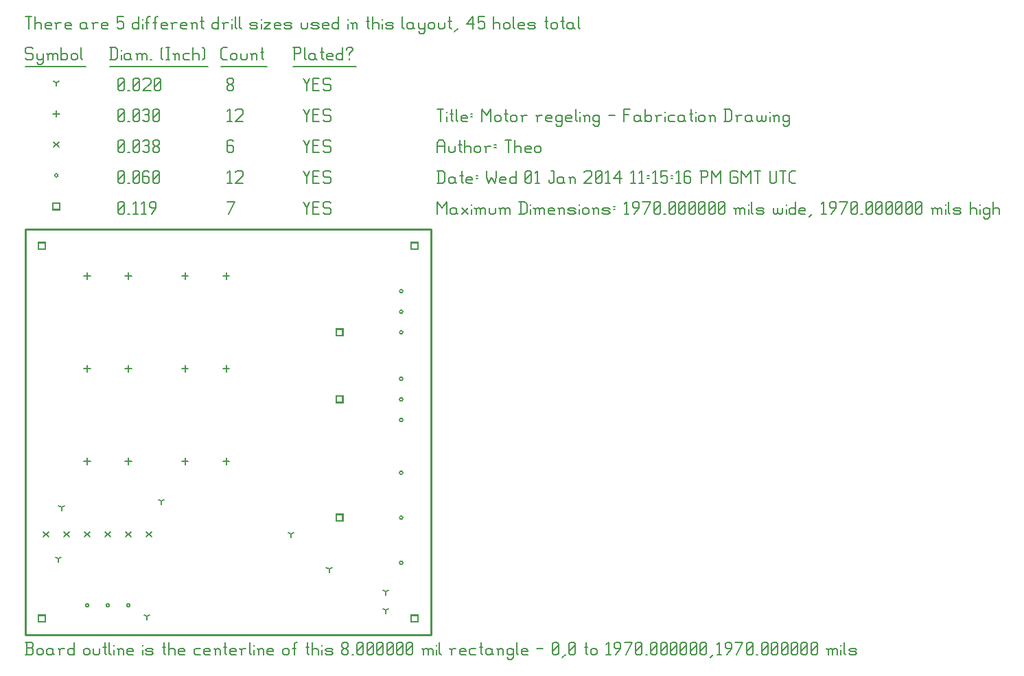
<source format=gbr>
G04 start of page 11 for group -3984 idx -3984 *
G04 Title: Motor regeling, fab *
G04 Creator: pcb 20110918 *
G04 CreationDate: Wed 01 Jan 2014 11:15:16 PM GMT UTC *
G04 For: thba *
G04 Format: Gerber/RS-274X *
G04 PCB-Dimensions: 197000 197000 *
G04 PCB-Coordinate-Origin: lower left *
%MOIN*%
%FSLAX25Y25*%
%LNFAB*%
%ADD83C,0.0100*%
%ADD82C,0.0075*%
%ADD81C,0.0060*%
%ADD80R,0.0080X0.0080*%
G54D80*X150900Y58600D02*X154100D01*
X150900D02*Y55400D01*
X154100D01*
Y58600D02*Y55400D01*
X150900Y116100D02*X154100D01*
X150900D02*Y112900D01*
X154100D01*
Y116100D02*Y112900D01*
X150900Y148600D02*X154100D01*
X150900D02*Y145400D01*
X154100D01*
Y148600D02*Y145400D01*
X6400Y9600D02*X9600D01*
X6400D02*Y6400D01*
X9600D01*
Y9600D02*Y6400D01*
X187400Y190600D02*X190600D01*
X187400D02*Y187400D01*
X190600D01*
Y190600D02*Y187400D01*
X6400Y190600D02*X9600D01*
X6400D02*Y187400D01*
X9600D01*
Y190600D02*Y187400D01*
X187400Y9600D02*X190600D01*
X187400D02*Y6400D01*
X190600D01*
Y9600D02*Y6400D01*
X13400Y209850D02*X16600D01*
X13400D02*Y206650D01*
X16600D01*
Y209850D02*Y206650D01*
G54D81*X135000Y210500D02*X136500Y207500D01*
X138000Y210500D01*
X136500Y207500D02*Y204500D01*
X139800Y207800D02*X142050D01*
X139800Y204500D02*X142800D01*
X139800Y210500D02*Y204500D01*
Y210500D02*X142800D01*
X147600D02*X148350Y209750D01*
X145350Y210500D02*X147600D01*
X144600Y209750D02*X145350Y210500D01*
X144600Y209750D02*Y208250D01*
X145350Y207500D01*
X147600D01*
X148350Y206750D01*
Y205250D01*
X147600Y204500D02*X148350Y205250D01*
X145350Y204500D02*X147600D01*
X144600Y205250D02*X145350Y204500D01*
X98750D02*X101750Y210500D01*
X98000D02*X101750D01*
X45000Y205250D02*X45750Y204500D01*
X45000Y209750D02*Y205250D01*
Y209750D02*X45750Y210500D01*
X47250D01*
X48000Y209750D01*
Y205250D01*
X47250Y204500D02*X48000Y205250D01*
X45750Y204500D02*X47250D01*
X45000Y206000D02*X48000Y209000D01*
X49800Y204500D02*X50550D01*
X52350Y209300D02*X53550Y210500D01*
Y204500D01*
X52350D02*X54600D01*
X56400Y209300D02*X57600Y210500D01*
Y204500D01*
X56400D02*X58650D01*
X61200D02*X63450Y207500D01*
Y209750D02*Y207500D01*
X62700Y210500D02*X63450Y209750D01*
X61200Y210500D02*X62700D01*
X60450Y209750D02*X61200Y210500D01*
X60450Y209750D02*Y208250D01*
X61200Y207500D01*
X63450D01*
X181700Y124500D02*G75*G03X183300Y124500I800J0D01*G01*
G75*G03X181700Y124500I-800J0D01*G01*
Y114500D02*G75*G03X183300Y114500I800J0D01*G01*
G75*G03X181700Y114500I-800J0D01*G01*
Y104500D02*G75*G03X183300Y104500I800J0D01*G01*
G75*G03X181700Y104500I-800J0D01*G01*
Y167000D02*G75*G03X183300Y167000I800J0D01*G01*
G75*G03X181700Y167000I-800J0D01*G01*
Y157000D02*G75*G03X183300Y157000I800J0D01*G01*
G75*G03X181700Y157000I-800J0D01*G01*
Y147000D02*G75*G03X183300Y147000I800J0D01*G01*
G75*G03X181700Y147000I-800J0D01*G01*
Y78900D02*G75*G03X183300Y78900I800J0D01*G01*
G75*G03X181700Y78900I-800J0D01*G01*
Y57000D02*G75*G03X183300Y57000I800J0D01*G01*
G75*G03X181700Y57000I-800J0D01*G01*
Y35100D02*G75*G03X183300Y35100I800J0D01*G01*
G75*G03X181700Y35100I-800J0D01*G01*
X29200Y14500D02*G75*G03X30800Y14500I800J0D01*G01*
G75*G03X29200Y14500I-800J0D01*G01*
X39200D02*G75*G03X40800Y14500I800J0D01*G01*
G75*G03X39200Y14500I-800J0D01*G01*
X49200D02*G75*G03X50800Y14500I800J0D01*G01*
G75*G03X49200Y14500I-800J0D01*G01*
X14200Y223250D02*G75*G03X15800Y223250I800J0D01*G01*
G75*G03X14200Y223250I-800J0D01*G01*
X135000Y225500D02*X136500Y222500D01*
X138000Y225500D01*
X136500Y222500D02*Y219500D01*
X139800Y222800D02*X142050D01*
X139800Y219500D02*X142800D01*
X139800Y225500D02*Y219500D01*
Y225500D02*X142800D01*
X147600D02*X148350Y224750D01*
X145350Y225500D02*X147600D01*
X144600Y224750D02*X145350Y225500D01*
X144600Y224750D02*Y223250D01*
X145350Y222500D01*
X147600D01*
X148350Y221750D01*
Y220250D01*
X147600Y219500D02*X148350Y220250D01*
X145350Y219500D02*X147600D01*
X144600Y220250D02*X145350Y219500D01*
X98000Y224300D02*X99200Y225500D01*
Y219500D01*
X98000D02*X100250D01*
X102050Y224750D02*X102800Y225500D01*
X105050D01*
X105800Y224750D01*
Y223250D01*
X102050Y219500D02*X105800Y223250D01*
X102050Y219500D02*X105800D01*
X45000Y220250D02*X45750Y219500D01*
X45000Y224750D02*Y220250D01*
Y224750D02*X45750Y225500D01*
X47250D01*
X48000Y224750D01*
Y220250D01*
X47250Y219500D02*X48000Y220250D01*
X45750Y219500D02*X47250D01*
X45000Y221000D02*X48000Y224000D01*
X49800Y219500D02*X50550D01*
X52350Y220250D02*X53100Y219500D01*
X52350Y224750D02*Y220250D01*
Y224750D02*X53100Y225500D01*
X54600D01*
X55350Y224750D01*
Y220250D01*
X54600Y219500D02*X55350Y220250D01*
X53100Y219500D02*X54600D01*
X52350Y221000D02*X55350Y224000D01*
X59400Y225500D02*X60150Y224750D01*
X57900Y225500D02*X59400D01*
X57150Y224750D02*X57900Y225500D01*
X57150Y224750D02*Y220250D01*
X57900Y219500D01*
X59400Y222800D02*X60150Y222050D01*
X57150Y222800D02*X59400D01*
X57900Y219500D02*X59400D01*
X60150Y220250D01*
Y222050D02*Y220250D01*
X61950D02*X62700Y219500D01*
X61950Y224750D02*Y220250D01*
Y224750D02*X62700Y225500D01*
X64200D01*
X64950Y224750D01*
Y220250D01*
X64200Y219500D02*X64950Y220250D01*
X62700Y219500D02*X64200D01*
X61950Y221000D02*X64950Y224000D01*
X8800Y50200D02*X11200Y47800D01*
X8800D02*X11200Y50200D01*
X18800D02*X21200Y47800D01*
X18800D02*X21200Y50200D01*
X28800D02*X31200Y47800D01*
X28800D02*X31200Y50200D01*
X38800D02*X41200Y47800D01*
X38800D02*X41200Y50200D01*
X48800D02*X51200Y47800D01*
X48800D02*X51200Y50200D01*
X58800D02*X61200Y47800D01*
X58800D02*X61200Y50200D01*
X13800Y239450D02*X16200Y237050D01*
X13800D02*X16200Y239450D01*
X135000Y240500D02*X136500Y237500D01*
X138000Y240500D01*
X136500Y237500D02*Y234500D01*
X139800Y237800D02*X142050D01*
X139800Y234500D02*X142800D01*
X139800Y240500D02*Y234500D01*
Y240500D02*X142800D01*
X147600D02*X148350Y239750D01*
X145350Y240500D02*X147600D01*
X144600Y239750D02*X145350Y240500D01*
X144600Y239750D02*Y238250D01*
X145350Y237500D01*
X147600D01*
X148350Y236750D01*
Y235250D01*
X147600Y234500D02*X148350Y235250D01*
X145350Y234500D02*X147600D01*
X144600Y235250D02*X145350Y234500D01*
X100250Y240500D02*X101000Y239750D01*
X98750Y240500D02*X100250D01*
X98000Y239750D02*X98750Y240500D01*
X98000Y239750D02*Y235250D01*
X98750Y234500D01*
X100250Y237800D02*X101000Y237050D01*
X98000Y237800D02*X100250D01*
X98750Y234500D02*X100250D01*
X101000Y235250D01*
Y237050D02*Y235250D01*
X45000D02*X45750Y234500D01*
X45000Y239750D02*Y235250D01*
Y239750D02*X45750Y240500D01*
X47250D01*
X48000Y239750D01*
Y235250D01*
X47250Y234500D02*X48000Y235250D01*
X45750Y234500D02*X47250D01*
X45000Y236000D02*X48000Y239000D01*
X49800Y234500D02*X50550D01*
X52350Y235250D02*X53100Y234500D01*
X52350Y239750D02*Y235250D01*
Y239750D02*X53100Y240500D01*
X54600D01*
X55350Y239750D01*
Y235250D01*
X54600Y234500D02*X55350Y235250D01*
X53100Y234500D02*X54600D01*
X52350Y236000D02*X55350Y239000D01*
X57150Y239750D02*X57900Y240500D01*
X59400D01*
X60150Y239750D01*
X59400Y234500D02*X60150Y235250D01*
X57900Y234500D02*X59400D01*
X57150Y235250D02*X57900Y234500D01*
Y237800D02*X59400D01*
X60150Y239750D02*Y238550D01*
Y237050D02*Y235250D01*
Y237050D02*X59400Y237800D01*
X60150Y238550D02*X59400Y237800D01*
X61950Y235250D02*X62700Y234500D01*
X61950Y236450D02*Y235250D01*
Y236450D02*X63000Y237500D01*
X63900D01*
X64950Y236450D01*
Y235250D01*
X64200Y234500D02*X64950Y235250D01*
X62700Y234500D02*X64200D01*
X61950Y238550D02*X63000Y237500D01*
X61950Y239750D02*Y238550D01*
Y239750D02*X62700Y240500D01*
X64200D01*
X64950Y239750D01*
Y238550D01*
X63900Y237500D02*X64950Y238550D01*
X30000Y176100D02*Y172900D01*
X28400Y174500D02*X31600D01*
X50000Y176100D02*Y172900D01*
X48400Y174500D02*X51600D01*
X77500Y131100D02*Y127900D01*
X75900Y129500D02*X79100D01*
X97500Y131100D02*Y127900D01*
X95900Y129500D02*X99100D01*
X77500Y86100D02*Y82900D01*
X75900Y84500D02*X79100D01*
X97500Y86100D02*Y82900D01*
X95900Y84500D02*X99100D01*
X30000Y131100D02*Y127900D01*
X28400Y129500D02*X31600D01*
X50000Y131100D02*Y127900D01*
X48400Y129500D02*X51600D01*
X30000Y86100D02*Y82900D01*
X28400Y84500D02*X31600D01*
X50000Y86100D02*Y82900D01*
X48400Y84500D02*X51600D01*
X77500Y176100D02*Y172900D01*
X75900Y174500D02*X79100D01*
X97500Y176100D02*Y172900D01*
X95900Y174500D02*X99100D01*
X15000Y254850D02*Y251650D01*
X13400Y253250D02*X16600D01*
X135000Y255500D02*X136500Y252500D01*
X138000Y255500D01*
X136500Y252500D02*Y249500D01*
X139800Y252800D02*X142050D01*
X139800Y249500D02*X142800D01*
X139800Y255500D02*Y249500D01*
Y255500D02*X142800D01*
X147600D02*X148350Y254750D01*
X145350Y255500D02*X147600D01*
X144600Y254750D02*X145350Y255500D01*
X144600Y254750D02*Y253250D01*
X145350Y252500D01*
X147600D01*
X148350Y251750D01*
Y250250D01*
X147600Y249500D02*X148350Y250250D01*
X145350Y249500D02*X147600D01*
X144600Y250250D02*X145350Y249500D01*
X98000Y254300D02*X99200Y255500D01*
Y249500D01*
X98000D02*X100250D01*
X102050Y254750D02*X102800Y255500D01*
X105050D01*
X105800Y254750D01*
Y253250D01*
X102050Y249500D02*X105800Y253250D01*
X102050Y249500D02*X105800D01*
X45000Y250250D02*X45750Y249500D01*
X45000Y254750D02*Y250250D01*
Y254750D02*X45750Y255500D01*
X47250D01*
X48000Y254750D01*
Y250250D01*
X47250Y249500D02*X48000Y250250D01*
X45750Y249500D02*X47250D01*
X45000Y251000D02*X48000Y254000D01*
X49800Y249500D02*X50550D01*
X52350Y250250D02*X53100Y249500D01*
X52350Y254750D02*Y250250D01*
Y254750D02*X53100Y255500D01*
X54600D01*
X55350Y254750D01*
Y250250D01*
X54600Y249500D02*X55350Y250250D01*
X53100Y249500D02*X54600D01*
X52350Y251000D02*X55350Y254000D01*
X57150Y254750D02*X57900Y255500D01*
X59400D01*
X60150Y254750D01*
X59400Y249500D02*X60150Y250250D01*
X57900Y249500D02*X59400D01*
X57150Y250250D02*X57900Y249500D01*
Y252800D02*X59400D01*
X60150Y254750D02*Y253550D01*
Y252050D02*Y250250D01*
Y252050D02*X59400Y252800D01*
X60150Y253550D02*X59400Y252800D01*
X61950Y250250D02*X62700Y249500D01*
X61950Y254750D02*Y250250D01*
Y254750D02*X62700Y255500D01*
X64200D01*
X64950Y254750D01*
Y250250D01*
X64200Y249500D02*X64950Y250250D01*
X62700Y249500D02*X64200D01*
X61950Y251000D02*X64950Y254000D01*
X17500Y62000D02*Y60400D01*
Y62000D02*X18887Y62800D01*
X17500Y62000D02*X16113Y62800D01*
X175000Y12000D02*Y10400D01*
Y12000D02*X176387Y12800D01*
X175000Y12000D02*X173613Y12800D01*
X147500Y32000D02*Y30400D01*
Y32000D02*X148887Y32800D01*
X147500Y32000D02*X146113Y32800D01*
X129000Y49000D02*Y47400D01*
Y49000D02*X130387Y49800D01*
X129000Y49000D02*X127613Y49800D01*
X59000Y9000D02*Y7400D01*
Y9000D02*X60387Y9800D01*
X59000Y9000D02*X57613Y9800D01*
X66000Y65000D02*Y63400D01*
Y65000D02*X67387Y65800D01*
X66000Y65000D02*X64613Y65800D01*
X15905Y37000D02*Y35400D01*
Y37000D02*X17292Y37800D01*
X15905Y37000D02*X14518Y37800D01*
X175000Y21000D02*Y19400D01*
Y21000D02*X176387Y21800D01*
X175000Y21000D02*X173613Y21800D01*
X15000Y268250D02*Y266650D01*
Y268250D02*X16387Y269050D01*
X15000Y268250D02*X13613Y269050D01*
X135000Y270500D02*X136500Y267500D01*
X138000Y270500D01*
X136500Y267500D02*Y264500D01*
X139800Y267800D02*X142050D01*
X139800Y264500D02*X142800D01*
X139800Y270500D02*Y264500D01*
Y270500D02*X142800D01*
X147600D02*X148350Y269750D01*
X145350Y270500D02*X147600D01*
X144600Y269750D02*X145350Y270500D01*
X144600Y269750D02*Y268250D01*
X145350Y267500D01*
X147600D01*
X148350Y266750D01*
Y265250D01*
X147600Y264500D02*X148350Y265250D01*
X145350Y264500D02*X147600D01*
X144600Y265250D02*X145350Y264500D01*
X98000Y265250D02*X98750Y264500D01*
X98000Y266450D02*Y265250D01*
Y266450D02*X99050Y267500D01*
X99950D01*
X101000Y266450D01*
Y265250D01*
X100250Y264500D02*X101000Y265250D01*
X98750Y264500D02*X100250D01*
X98000Y268550D02*X99050Y267500D01*
X98000Y269750D02*Y268550D01*
Y269750D02*X98750Y270500D01*
X100250D01*
X101000Y269750D01*
Y268550D01*
X99950Y267500D02*X101000Y268550D01*
X45000Y265250D02*X45750Y264500D01*
X45000Y269750D02*Y265250D01*
Y269750D02*X45750Y270500D01*
X47250D01*
X48000Y269750D01*
Y265250D01*
X47250Y264500D02*X48000Y265250D01*
X45750Y264500D02*X47250D01*
X45000Y266000D02*X48000Y269000D01*
X49800Y264500D02*X50550D01*
X52350Y265250D02*X53100Y264500D01*
X52350Y269750D02*Y265250D01*
Y269750D02*X53100Y270500D01*
X54600D01*
X55350Y269750D01*
Y265250D01*
X54600Y264500D02*X55350Y265250D01*
X53100Y264500D02*X54600D01*
X52350Y266000D02*X55350Y269000D01*
X57150Y269750D02*X57900Y270500D01*
X60150D01*
X60900Y269750D01*
Y268250D01*
X57150Y264500D02*X60900Y268250D01*
X57150Y264500D02*X60900D01*
X62700Y265250D02*X63450Y264500D01*
X62700Y269750D02*Y265250D01*
Y269750D02*X63450Y270500D01*
X64950D01*
X65700Y269750D01*
Y265250D01*
X64950Y264500D02*X65700Y265250D01*
X63450Y264500D02*X64950D01*
X62700Y266000D02*X65700Y269000D01*
X3000Y285500D02*X3750Y284750D01*
X750Y285500D02*X3000D01*
X0Y284750D02*X750Y285500D01*
X0Y284750D02*Y283250D01*
X750Y282500D01*
X3000D01*
X3750Y281750D01*
Y280250D01*
X3000Y279500D02*X3750Y280250D01*
X750Y279500D02*X3000D01*
X0Y280250D02*X750Y279500D01*
X5550Y282500D02*Y280250D01*
X6300Y279500D01*
X8550Y282500D02*Y278000D01*
X7800Y277250D02*X8550Y278000D01*
X6300Y277250D02*X7800D01*
X5550Y278000D02*X6300Y277250D01*
Y279500D02*X7800D01*
X8550Y280250D01*
X11100Y281750D02*Y279500D01*
Y281750D02*X11850Y282500D01*
X12600D01*
X13350Y281750D01*
Y279500D01*
Y281750D02*X14100Y282500D01*
X14850D01*
X15600Y281750D01*
Y279500D01*
X10350Y282500D02*X11100Y281750D01*
X17400Y285500D02*Y279500D01*
Y280250D02*X18150Y279500D01*
X19650D01*
X20400Y280250D01*
Y281750D02*Y280250D01*
X19650Y282500D02*X20400Y281750D01*
X18150Y282500D02*X19650D01*
X17400Y281750D02*X18150Y282500D01*
X22200Y281750D02*Y280250D01*
Y281750D02*X22950Y282500D01*
X24450D01*
X25200Y281750D01*
Y280250D01*
X24450Y279500D02*X25200Y280250D01*
X22950Y279500D02*X24450D01*
X22200Y280250D02*X22950Y279500D01*
X27000Y285500D02*Y280250D01*
X27750Y279500D01*
X0Y276250D02*X29250D01*
X41750Y285500D02*Y279500D01*
X43700Y285500D02*X44750Y284450D01*
Y280550D01*
X43700Y279500D02*X44750Y280550D01*
X41000Y279500D02*X43700D01*
X41000Y285500D02*X43700D01*
G54D82*X46550Y284000D02*Y283850D01*
G54D81*Y281750D02*Y279500D01*
X50300Y282500D02*X51050Y281750D01*
X48800Y282500D02*X50300D01*
X48050Y281750D02*X48800Y282500D01*
X48050Y281750D02*Y280250D01*
X48800Y279500D01*
X51050Y282500D02*Y280250D01*
X51800Y279500D01*
X48800D02*X50300D01*
X51050Y280250D01*
X54350Y281750D02*Y279500D01*
Y281750D02*X55100Y282500D01*
X55850D01*
X56600Y281750D01*
Y279500D01*
Y281750D02*X57350Y282500D01*
X58100D01*
X58850Y281750D01*
Y279500D01*
X53600Y282500D02*X54350Y281750D01*
X60650Y279500D02*X61400D01*
X65900Y280250D02*X66650Y279500D01*
X65900Y284750D02*X66650Y285500D01*
X65900Y284750D02*Y280250D01*
X68450Y285500D02*X69950D01*
X69200D02*Y279500D01*
X68450D02*X69950D01*
X72500Y281750D02*Y279500D01*
Y281750D02*X73250Y282500D01*
X74000D01*
X74750Y281750D01*
Y279500D01*
X71750Y282500D02*X72500Y281750D01*
X77300Y282500D02*X79550D01*
X76550Y281750D02*X77300Y282500D01*
X76550Y281750D02*Y280250D01*
X77300Y279500D01*
X79550D01*
X81350Y285500D02*Y279500D01*
Y281750D02*X82100Y282500D01*
X83600D01*
X84350Y281750D01*
Y279500D01*
X86150Y285500D02*X86900Y284750D01*
Y280250D01*
X86150Y279500D02*X86900Y280250D01*
X41000Y276250D02*X88700D01*
X96050Y279500D02*X98000D01*
X95000Y280550D02*X96050Y279500D01*
X95000Y284450D02*Y280550D01*
Y284450D02*X96050Y285500D01*
X98000D01*
X99800Y281750D02*Y280250D01*
Y281750D02*X100550Y282500D01*
X102050D01*
X102800Y281750D01*
Y280250D01*
X102050Y279500D02*X102800Y280250D01*
X100550Y279500D02*X102050D01*
X99800Y280250D02*X100550Y279500D01*
X104600Y282500D02*Y280250D01*
X105350Y279500D01*
X106850D01*
X107600Y280250D01*
Y282500D02*Y280250D01*
X110150Y281750D02*Y279500D01*
Y281750D02*X110900Y282500D01*
X111650D01*
X112400Y281750D01*
Y279500D01*
X109400Y282500D02*X110150Y281750D01*
X114950Y285500D02*Y280250D01*
X115700Y279500D01*
X114200Y283250D02*X115700D01*
X95000Y276250D02*X117200D01*
X130750Y285500D02*Y279500D01*
X130000Y285500D02*X133000D01*
X133750Y284750D01*
Y283250D01*
X133000Y282500D02*X133750Y283250D01*
X130750Y282500D02*X133000D01*
X135550Y285500D02*Y280250D01*
X136300Y279500D01*
X140050Y282500D02*X140800Y281750D01*
X138550Y282500D02*X140050D01*
X137800Y281750D02*X138550Y282500D01*
X137800Y281750D02*Y280250D01*
X138550Y279500D01*
X140800Y282500D02*Y280250D01*
X141550Y279500D01*
X138550D02*X140050D01*
X140800Y280250D01*
X144100Y285500D02*Y280250D01*
X144850Y279500D01*
X143350Y283250D02*X144850D01*
X147100Y279500D02*X149350D01*
X146350Y280250D02*X147100Y279500D01*
X146350Y281750D02*Y280250D01*
Y281750D02*X147100Y282500D01*
X148600D01*
X149350Y281750D01*
X146350Y281000D02*X149350D01*
Y281750D02*Y281000D01*
X154150Y285500D02*Y279500D01*
X153400D02*X154150Y280250D01*
X151900Y279500D02*X153400D01*
X151150Y280250D02*X151900Y279500D01*
X151150Y281750D02*Y280250D01*
Y281750D02*X151900Y282500D01*
X153400D01*
X154150Y281750D01*
X157450Y282500D02*Y281750D01*
Y280250D02*Y279500D01*
X155950Y284750D02*Y284000D01*
Y284750D02*X156700Y285500D01*
X158200D01*
X158950Y284750D01*
Y284000D01*
X157450Y282500D02*X158950Y284000D01*
X130000Y276250D02*X160750D01*
X0Y300500D02*X3000D01*
X1500D02*Y294500D01*
X4800Y300500D02*Y294500D01*
Y296750D02*X5550Y297500D01*
X7050D01*
X7800Y296750D01*
Y294500D01*
X10350D02*X12600D01*
X9600Y295250D02*X10350Y294500D01*
X9600Y296750D02*Y295250D01*
Y296750D02*X10350Y297500D01*
X11850D01*
X12600Y296750D01*
X9600Y296000D02*X12600D01*
Y296750D02*Y296000D01*
X15150Y296750D02*Y294500D01*
Y296750D02*X15900Y297500D01*
X17400D01*
X14400D02*X15150Y296750D01*
X19950Y294500D02*X22200D01*
X19200Y295250D02*X19950Y294500D01*
X19200Y296750D02*Y295250D01*
Y296750D02*X19950Y297500D01*
X21450D01*
X22200Y296750D01*
X19200Y296000D02*X22200D01*
Y296750D02*Y296000D01*
X28950Y297500D02*X29700Y296750D01*
X27450Y297500D02*X28950D01*
X26700Y296750D02*X27450Y297500D01*
X26700Y296750D02*Y295250D01*
X27450Y294500D01*
X29700Y297500D02*Y295250D01*
X30450Y294500D01*
X27450D02*X28950D01*
X29700Y295250D01*
X33000Y296750D02*Y294500D01*
Y296750D02*X33750Y297500D01*
X35250D01*
X32250D02*X33000Y296750D01*
X37800Y294500D02*X40050D01*
X37050Y295250D02*X37800Y294500D01*
X37050Y296750D02*Y295250D01*
Y296750D02*X37800Y297500D01*
X39300D01*
X40050Y296750D01*
X37050Y296000D02*X40050D01*
Y296750D02*Y296000D01*
X44550Y300500D02*X47550D01*
X44550D02*Y297500D01*
X45300Y298250D01*
X46800D01*
X47550Y297500D01*
Y295250D01*
X46800Y294500D02*X47550Y295250D01*
X45300Y294500D02*X46800D01*
X44550Y295250D02*X45300Y294500D01*
X55050Y300500D02*Y294500D01*
X54300D02*X55050Y295250D01*
X52800Y294500D02*X54300D01*
X52050Y295250D02*X52800Y294500D01*
X52050Y296750D02*Y295250D01*
Y296750D02*X52800Y297500D01*
X54300D01*
X55050Y296750D01*
G54D82*X56850Y299000D02*Y298850D01*
G54D81*Y296750D02*Y294500D01*
X59100Y299750D02*Y294500D01*
Y299750D02*X59850Y300500D01*
X60600D01*
X58350Y297500D02*X59850D01*
X62850Y299750D02*Y294500D01*
Y299750D02*X63600Y300500D01*
X64350D01*
X62100Y297500D02*X63600D01*
X66600Y294500D02*X68850D01*
X65850Y295250D02*X66600Y294500D01*
X65850Y296750D02*Y295250D01*
Y296750D02*X66600Y297500D01*
X68100D01*
X68850Y296750D01*
X65850Y296000D02*X68850D01*
Y296750D02*Y296000D01*
X71400Y296750D02*Y294500D01*
Y296750D02*X72150Y297500D01*
X73650D01*
X70650D02*X71400Y296750D01*
X76200Y294500D02*X78450D01*
X75450Y295250D02*X76200Y294500D01*
X75450Y296750D02*Y295250D01*
Y296750D02*X76200Y297500D01*
X77700D01*
X78450Y296750D01*
X75450Y296000D02*X78450D01*
Y296750D02*Y296000D01*
X81000Y296750D02*Y294500D01*
Y296750D02*X81750Y297500D01*
X82500D01*
X83250Y296750D01*
Y294500D01*
X80250Y297500D02*X81000Y296750D01*
X85800Y300500D02*Y295250D01*
X86550Y294500D01*
X85050Y298250D02*X86550D01*
X93750Y300500D02*Y294500D01*
X93000D02*X93750Y295250D01*
X91500Y294500D02*X93000D01*
X90750Y295250D02*X91500Y294500D01*
X90750Y296750D02*Y295250D01*
Y296750D02*X91500Y297500D01*
X93000D01*
X93750Y296750D01*
X96300D02*Y294500D01*
Y296750D02*X97050Y297500D01*
X98550D01*
X95550D02*X96300Y296750D01*
G54D82*X100350Y299000D02*Y298850D01*
G54D81*Y296750D02*Y294500D01*
X101850Y300500D02*Y295250D01*
X102600Y294500D01*
X104100Y300500D02*Y295250D01*
X104850Y294500D01*
X109800D02*X112050D01*
X112800Y295250D01*
X112050Y296000D02*X112800Y295250D01*
X109800Y296000D02*X112050D01*
X109050Y296750D02*X109800Y296000D01*
X109050Y296750D02*X109800Y297500D01*
X112050D01*
X112800Y296750D01*
X109050Y295250D02*X109800Y294500D01*
G54D82*X114600Y299000D02*Y298850D01*
G54D81*Y296750D02*Y294500D01*
X116100Y297500D02*X119100D01*
X116100Y294500D02*X119100Y297500D01*
X116100Y294500D02*X119100D01*
X121650D02*X123900D01*
X120900Y295250D02*X121650Y294500D01*
X120900Y296750D02*Y295250D01*
Y296750D02*X121650Y297500D01*
X123150D01*
X123900Y296750D01*
X120900Y296000D02*X123900D01*
Y296750D02*Y296000D01*
X126450Y294500D02*X128700D01*
X129450Y295250D01*
X128700Y296000D02*X129450Y295250D01*
X126450Y296000D02*X128700D01*
X125700Y296750D02*X126450Y296000D01*
X125700Y296750D02*X126450Y297500D01*
X128700D01*
X129450Y296750D01*
X125700Y295250D02*X126450Y294500D01*
X133950Y297500D02*Y295250D01*
X134700Y294500D01*
X136200D01*
X136950Y295250D01*
Y297500D02*Y295250D01*
X139500Y294500D02*X141750D01*
X142500Y295250D01*
X141750Y296000D02*X142500Y295250D01*
X139500Y296000D02*X141750D01*
X138750Y296750D02*X139500Y296000D01*
X138750Y296750D02*X139500Y297500D01*
X141750D01*
X142500Y296750D01*
X138750Y295250D02*X139500Y294500D01*
X145050D02*X147300D01*
X144300Y295250D02*X145050Y294500D01*
X144300Y296750D02*Y295250D01*
Y296750D02*X145050Y297500D01*
X146550D01*
X147300Y296750D01*
X144300Y296000D02*X147300D01*
Y296750D02*Y296000D01*
X152100Y300500D02*Y294500D01*
X151350D02*X152100Y295250D01*
X149850Y294500D02*X151350D01*
X149100Y295250D02*X149850Y294500D01*
X149100Y296750D02*Y295250D01*
Y296750D02*X149850Y297500D01*
X151350D01*
X152100Y296750D01*
G54D82*X156600Y299000D02*Y298850D01*
G54D81*Y296750D02*Y294500D01*
X158850Y296750D02*Y294500D01*
Y296750D02*X159600Y297500D01*
X160350D01*
X161100Y296750D01*
Y294500D01*
X158100Y297500D02*X158850Y296750D01*
X166350Y300500D02*Y295250D01*
X167100Y294500D01*
X165600Y298250D02*X167100D01*
X168600Y300500D02*Y294500D01*
Y296750D02*X169350Y297500D01*
X170850D01*
X171600Y296750D01*
Y294500D01*
G54D82*X173400Y299000D02*Y298850D01*
G54D81*Y296750D02*Y294500D01*
X175650D02*X177900D01*
X178650Y295250D01*
X177900Y296000D02*X178650Y295250D01*
X175650Y296000D02*X177900D01*
X174900Y296750D02*X175650Y296000D01*
X174900Y296750D02*X175650Y297500D01*
X177900D01*
X178650Y296750D01*
X174900Y295250D02*X175650Y294500D01*
X183150Y300500D02*Y295250D01*
X183900Y294500D01*
X187650Y297500D02*X188400Y296750D01*
X186150Y297500D02*X187650D01*
X185400Y296750D02*X186150Y297500D01*
X185400Y296750D02*Y295250D01*
X186150Y294500D01*
X188400Y297500D02*Y295250D01*
X189150Y294500D01*
X186150D02*X187650D01*
X188400Y295250D01*
X190950Y297500D02*Y295250D01*
X191700Y294500D01*
X193950Y297500D02*Y293000D01*
X193200Y292250D02*X193950Y293000D01*
X191700Y292250D02*X193200D01*
X190950Y293000D02*X191700Y292250D01*
Y294500D02*X193200D01*
X193950Y295250D01*
X195750Y296750D02*Y295250D01*
Y296750D02*X196500Y297500D01*
X198000D01*
X198750Y296750D01*
Y295250D01*
X198000Y294500D02*X198750Y295250D01*
X196500Y294500D02*X198000D01*
X195750Y295250D02*X196500Y294500D01*
X200550Y297500D02*Y295250D01*
X201300Y294500D01*
X202800D01*
X203550Y295250D01*
Y297500D02*Y295250D01*
X206100Y300500D02*Y295250D01*
X206850Y294500D01*
X205350Y298250D02*X206850D01*
X208350Y293000D02*X209850Y294500D01*
X214350Y296750D02*X217350Y300500D01*
X214350Y296750D02*X218100D01*
X217350Y300500D02*Y294500D01*
X219900Y300500D02*X222900D01*
X219900D02*Y297500D01*
X220650Y298250D01*
X222150D01*
X222900Y297500D01*
Y295250D01*
X222150Y294500D02*X222900Y295250D01*
X220650Y294500D02*X222150D01*
X219900Y295250D02*X220650Y294500D01*
X227400Y300500D02*Y294500D01*
Y296750D02*X228150Y297500D01*
X229650D01*
X230400Y296750D01*
Y294500D01*
X232200Y296750D02*Y295250D01*
Y296750D02*X232950Y297500D01*
X234450D01*
X235200Y296750D01*
Y295250D01*
X234450Y294500D02*X235200Y295250D01*
X232950Y294500D02*X234450D01*
X232200Y295250D02*X232950Y294500D01*
X237000Y300500D02*Y295250D01*
X237750Y294500D01*
X240000D02*X242250D01*
X239250Y295250D02*X240000Y294500D01*
X239250Y296750D02*Y295250D01*
Y296750D02*X240000Y297500D01*
X241500D01*
X242250Y296750D01*
X239250Y296000D02*X242250D01*
Y296750D02*Y296000D01*
X244800Y294500D02*X247050D01*
X247800Y295250D01*
X247050Y296000D02*X247800Y295250D01*
X244800Y296000D02*X247050D01*
X244050Y296750D02*X244800Y296000D01*
X244050Y296750D02*X244800Y297500D01*
X247050D01*
X247800Y296750D01*
X244050Y295250D02*X244800Y294500D01*
X253050Y300500D02*Y295250D01*
X253800Y294500D01*
X252300Y298250D02*X253800D01*
X255300Y296750D02*Y295250D01*
Y296750D02*X256050Y297500D01*
X257550D01*
X258300Y296750D01*
Y295250D01*
X257550Y294500D02*X258300Y295250D01*
X256050Y294500D02*X257550D01*
X255300Y295250D02*X256050Y294500D01*
X260850Y300500D02*Y295250D01*
X261600Y294500D01*
X260100Y298250D02*X261600D01*
X265350Y297500D02*X266100Y296750D01*
X263850Y297500D02*X265350D01*
X263100Y296750D02*X263850Y297500D01*
X263100Y296750D02*Y295250D01*
X263850Y294500D01*
X266100Y297500D02*Y295250D01*
X266850Y294500D01*
X263850D02*X265350D01*
X266100Y295250D01*
X268650Y300500D02*Y295250D01*
X269400Y294500D01*
G54D83*X0Y197000D02*X197000D01*
X0D02*Y0D01*
X197000Y197000D02*Y0D01*
X0D02*X197000D01*
G54D81*X200000Y210500D02*Y204500D01*
Y210500D02*X202250Y207500D01*
X204500Y210500D01*
Y204500D01*
X208550Y207500D02*X209300Y206750D01*
X207050Y207500D02*X208550D01*
X206300Y206750D02*X207050Y207500D01*
X206300Y206750D02*Y205250D01*
X207050Y204500D01*
X209300Y207500D02*Y205250D01*
X210050Y204500D01*
X207050D02*X208550D01*
X209300Y205250D01*
X211850Y207500D02*X214850Y204500D01*
X211850D02*X214850Y207500D01*
G54D82*X216650Y209000D02*Y208850D01*
G54D81*Y206750D02*Y204500D01*
X218900Y206750D02*Y204500D01*
Y206750D02*X219650Y207500D01*
X220400D01*
X221150Y206750D01*
Y204500D01*
Y206750D02*X221900Y207500D01*
X222650D01*
X223400Y206750D01*
Y204500D01*
X218150Y207500D02*X218900Y206750D01*
X225200Y207500D02*Y205250D01*
X225950Y204500D01*
X227450D01*
X228200Y205250D01*
Y207500D02*Y205250D01*
X230750Y206750D02*Y204500D01*
Y206750D02*X231500Y207500D01*
X232250D01*
X233000Y206750D01*
Y204500D01*
Y206750D02*X233750Y207500D01*
X234500D01*
X235250Y206750D01*
Y204500D01*
X230000Y207500D02*X230750Y206750D01*
X240500Y210500D02*Y204500D01*
X242450Y210500D02*X243500Y209450D01*
Y205550D01*
X242450Y204500D02*X243500Y205550D01*
X239750Y204500D02*X242450D01*
X239750Y210500D02*X242450D01*
G54D82*X245300Y209000D02*Y208850D01*
G54D81*Y206750D02*Y204500D01*
X247550Y206750D02*Y204500D01*
Y206750D02*X248300Y207500D01*
X249050D01*
X249800Y206750D01*
Y204500D01*
Y206750D02*X250550Y207500D01*
X251300D01*
X252050Y206750D01*
Y204500D01*
X246800Y207500D02*X247550Y206750D01*
X254600Y204500D02*X256850D01*
X253850Y205250D02*X254600Y204500D01*
X253850Y206750D02*Y205250D01*
Y206750D02*X254600Y207500D01*
X256100D01*
X256850Y206750D01*
X253850Y206000D02*X256850D01*
Y206750D02*Y206000D01*
X259400Y206750D02*Y204500D01*
Y206750D02*X260150Y207500D01*
X260900D01*
X261650Y206750D01*
Y204500D01*
X258650Y207500D02*X259400Y206750D01*
X264200Y204500D02*X266450D01*
X267200Y205250D01*
X266450Y206000D02*X267200Y205250D01*
X264200Y206000D02*X266450D01*
X263450Y206750D02*X264200Y206000D01*
X263450Y206750D02*X264200Y207500D01*
X266450D01*
X267200Y206750D01*
X263450Y205250D02*X264200Y204500D01*
G54D82*X269000Y209000D02*Y208850D01*
G54D81*Y206750D02*Y204500D01*
X270500Y206750D02*Y205250D01*
Y206750D02*X271250Y207500D01*
X272750D01*
X273500Y206750D01*
Y205250D01*
X272750Y204500D02*X273500Y205250D01*
X271250Y204500D02*X272750D01*
X270500Y205250D02*X271250Y204500D01*
X276050Y206750D02*Y204500D01*
Y206750D02*X276800Y207500D01*
X277550D01*
X278300Y206750D01*
Y204500D01*
X275300Y207500D02*X276050Y206750D01*
X280850Y204500D02*X283100D01*
X283850Y205250D01*
X283100Y206000D02*X283850Y205250D01*
X280850Y206000D02*X283100D01*
X280100Y206750D02*X280850Y206000D01*
X280100Y206750D02*X280850Y207500D01*
X283100D01*
X283850Y206750D01*
X280100Y205250D02*X280850Y204500D01*
X285650Y208250D02*X286400D01*
X285650Y206750D02*X286400D01*
X290900Y209300D02*X292100Y210500D01*
Y204500D01*
X290900D02*X293150D01*
X295700D02*X297950Y207500D01*
Y209750D02*Y207500D01*
X297200Y210500D02*X297950Y209750D01*
X295700Y210500D02*X297200D01*
X294950Y209750D02*X295700Y210500D01*
X294950Y209750D02*Y208250D01*
X295700Y207500D01*
X297950D01*
X300500Y204500D02*X303500Y210500D01*
X299750D02*X303500D01*
X305300Y205250D02*X306050Y204500D01*
X305300Y209750D02*Y205250D01*
Y209750D02*X306050Y210500D01*
X307550D01*
X308300Y209750D01*
Y205250D01*
X307550Y204500D02*X308300Y205250D01*
X306050Y204500D02*X307550D01*
X305300Y206000D02*X308300Y209000D01*
X310100Y204500D02*X310850D01*
X312650Y205250D02*X313400Y204500D01*
X312650Y209750D02*Y205250D01*
Y209750D02*X313400Y210500D01*
X314900D01*
X315650Y209750D01*
Y205250D01*
X314900Y204500D02*X315650Y205250D01*
X313400Y204500D02*X314900D01*
X312650Y206000D02*X315650Y209000D01*
X317450Y205250D02*X318200Y204500D01*
X317450Y209750D02*Y205250D01*
Y209750D02*X318200Y210500D01*
X319700D01*
X320450Y209750D01*
Y205250D01*
X319700Y204500D02*X320450Y205250D01*
X318200Y204500D02*X319700D01*
X317450Y206000D02*X320450Y209000D01*
X322250Y205250D02*X323000Y204500D01*
X322250Y209750D02*Y205250D01*
Y209750D02*X323000Y210500D01*
X324500D01*
X325250Y209750D01*
Y205250D01*
X324500Y204500D02*X325250Y205250D01*
X323000Y204500D02*X324500D01*
X322250Y206000D02*X325250Y209000D01*
X327050Y205250D02*X327800Y204500D01*
X327050Y209750D02*Y205250D01*
Y209750D02*X327800Y210500D01*
X329300D01*
X330050Y209750D01*
Y205250D01*
X329300Y204500D02*X330050Y205250D01*
X327800Y204500D02*X329300D01*
X327050Y206000D02*X330050Y209000D01*
X331850Y205250D02*X332600Y204500D01*
X331850Y209750D02*Y205250D01*
Y209750D02*X332600Y210500D01*
X334100D01*
X334850Y209750D01*
Y205250D01*
X334100Y204500D02*X334850Y205250D01*
X332600Y204500D02*X334100D01*
X331850Y206000D02*X334850Y209000D01*
X336650Y205250D02*X337400Y204500D01*
X336650Y209750D02*Y205250D01*
Y209750D02*X337400Y210500D01*
X338900D01*
X339650Y209750D01*
Y205250D01*
X338900Y204500D02*X339650Y205250D01*
X337400Y204500D02*X338900D01*
X336650Y206000D02*X339650Y209000D01*
X344900Y206750D02*Y204500D01*
Y206750D02*X345650Y207500D01*
X346400D01*
X347150Y206750D01*
Y204500D01*
Y206750D02*X347900Y207500D01*
X348650D01*
X349400Y206750D01*
Y204500D01*
X344150Y207500D02*X344900Y206750D01*
G54D82*X351200Y209000D02*Y208850D01*
G54D81*Y206750D02*Y204500D01*
X352700Y210500D02*Y205250D01*
X353450Y204500D01*
X355700D02*X357950D01*
X358700Y205250D01*
X357950Y206000D02*X358700Y205250D01*
X355700Y206000D02*X357950D01*
X354950Y206750D02*X355700Y206000D01*
X354950Y206750D02*X355700Y207500D01*
X357950D01*
X358700Y206750D01*
X354950Y205250D02*X355700Y204500D01*
X363200Y207500D02*Y205250D01*
X363950Y204500D01*
X364700D01*
X365450Y205250D01*
Y207500D02*Y205250D01*
X366200Y204500D01*
X366950D01*
X367700Y205250D01*
Y207500D02*Y205250D01*
G54D82*X369500Y209000D02*Y208850D01*
G54D81*Y206750D02*Y204500D01*
X374000Y210500D02*Y204500D01*
X373250D02*X374000Y205250D01*
X371750Y204500D02*X373250D01*
X371000Y205250D02*X371750Y204500D01*
X371000Y206750D02*Y205250D01*
Y206750D02*X371750Y207500D01*
X373250D01*
X374000Y206750D01*
X376550Y204500D02*X378800D01*
X375800Y205250D02*X376550Y204500D01*
X375800Y206750D02*Y205250D01*
Y206750D02*X376550Y207500D01*
X378050D01*
X378800Y206750D01*
X375800Y206000D02*X378800D01*
Y206750D02*Y206000D01*
X380600Y203000D02*X382100Y204500D01*
X386600Y209300D02*X387800Y210500D01*
Y204500D01*
X386600D02*X388850D01*
X391400D02*X393650Y207500D01*
Y209750D02*Y207500D01*
X392900Y210500D02*X393650Y209750D01*
X391400Y210500D02*X392900D01*
X390650Y209750D02*X391400Y210500D01*
X390650Y209750D02*Y208250D01*
X391400Y207500D01*
X393650D01*
X396200Y204500D02*X399200Y210500D01*
X395450D02*X399200D01*
X401000Y205250D02*X401750Y204500D01*
X401000Y209750D02*Y205250D01*
Y209750D02*X401750Y210500D01*
X403250D01*
X404000Y209750D01*
Y205250D01*
X403250Y204500D02*X404000Y205250D01*
X401750Y204500D02*X403250D01*
X401000Y206000D02*X404000Y209000D01*
X405800Y204500D02*X406550D01*
X408350Y205250D02*X409100Y204500D01*
X408350Y209750D02*Y205250D01*
Y209750D02*X409100Y210500D01*
X410600D01*
X411350Y209750D01*
Y205250D01*
X410600Y204500D02*X411350Y205250D01*
X409100Y204500D02*X410600D01*
X408350Y206000D02*X411350Y209000D01*
X413150Y205250D02*X413900Y204500D01*
X413150Y209750D02*Y205250D01*
Y209750D02*X413900Y210500D01*
X415400D01*
X416150Y209750D01*
Y205250D01*
X415400Y204500D02*X416150Y205250D01*
X413900Y204500D02*X415400D01*
X413150Y206000D02*X416150Y209000D01*
X417950Y205250D02*X418700Y204500D01*
X417950Y209750D02*Y205250D01*
Y209750D02*X418700Y210500D01*
X420200D01*
X420950Y209750D01*
Y205250D01*
X420200Y204500D02*X420950Y205250D01*
X418700Y204500D02*X420200D01*
X417950Y206000D02*X420950Y209000D01*
X422750Y205250D02*X423500Y204500D01*
X422750Y209750D02*Y205250D01*
Y209750D02*X423500Y210500D01*
X425000D01*
X425750Y209750D01*
Y205250D01*
X425000Y204500D02*X425750Y205250D01*
X423500Y204500D02*X425000D01*
X422750Y206000D02*X425750Y209000D01*
X427550Y205250D02*X428300Y204500D01*
X427550Y209750D02*Y205250D01*
Y209750D02*X428300Y210500D01*
X429800D01*
X430550Y209750D01*
Y205250D01*
X429800Y204500D02*X430550Y205250D01*
X428300Y204500D02*X429800D01*
X427550Y206000D02*X430550Y209000D01*
X432350Y205250D02*X433100Y204500D01*
X432350Y209750D02*Y205250D01*
Y209750D02*X433100Y210500D01*
X434600D01*
X435350Y209750D01*
Y205250D01*
X434600Y204500D02*X435350Y205250D01*
X433100Y204500D02*X434600D01*
X432350Y206000D02*X435350Y209000D01*
X440600Y206750D02*Y204500D01*
Y206750D02*X441350Y207500D01*
X442100D01*
X442850Y206750D01*
Y204500D01*
Y206750D02*X443600Y207500D01*
X444350D01*
X445100Y206750D01*
Y204500D01*
X439850Y207500D02*X440600Y206750D01*
G54D82*X446900Y209000D02*Y208850D01*
G54D81*Y206750D02*Y204500D01*
X448400Y210500D02*Y205250D01*
X449150Y204500D01*
X451400D02*X453650D01*
X454400Y205250D01*
X453650Y206000D02*X454400Y205250D01*
X451400Y206000D02*X453650D01*
X450650Y206750D02*X451400Y206000D01*
X450650Y206750D02*X451400Y207500D01*
X453650D01*
X454400Y206750D01*
X450650Y205250D02*X451400Y204500D01*
X458900Y210500D02*Y204500D01*
Y206750D02*X459650Y207500D01*
X461150D01*
X461900Y206750D01*
Y204500D01*
G54D82*X463700Y209000D02*Y208850D01*
G54D81*Y206750D02*Y204500D01*
X467450Y207500D02*X468200Y206750D01*
X465950Y207500D02*X467450D01*
X465200Y206750D02*X465950Y207500D01*
X465200Y206750D02*Y205250D01*
X465950Y204500D01*
X467450D01*
X468200Y205250D01*
X465200Y203000D02*X465950Y202250D01*
X467450D01*
X468200Y203000D01*
Y207500D02*Y203000D01*
X470000Y210500D02*Y204500D01*
Y206750D02*X470750Y207500D01*
X472250D01*
X473000Y206750D01*
Y204500D01*
X0Y-9500D02*X3000D01*
X3750Y-8750D01*
Y-6950D02*Y-8750D01*
X3000Y-6200D02*X3750Y-6950D01*
X750Y-6200D02*X3000D01*
X750Y-3500D02*Y-9500D01*
X0Y-3500D02*X3000D01*
X3750Y-4250D01*
Y-5450D01*
X3000Y-6200D02*X3750Y-5450D01*
X5550Y-7250D02*Y-8750D01*
Y-7250D02*X6300Y-6500D01*
X7800D01*
X8550Y-7250D01*
Y-8750D01*
X7800Y-9500D02*X8550Y-8750D01*
X6300Y-9500D02*X7800D01*
X5550Y-8750D02*X6300Y-9500D01*
X12600Y-6500D02*X13350Y-7250D01*
X11100Y-6500D02*X12600D01*
X10350Y-7250D02*X11100Y-6500D01*
X10350Y-7250D02*Y-8750D01*
X11100Y-9500D01*
X13350Y-6500D02*Y-8750D01*
X14100Y-9500D01*
X11100D02*X12600D01*
X13350Y-8750D01*
X16650Y-7250D02*Y-9500D01*
Y-7250D02*X17400Y-6500D01*
X18900D01*
X15900D02*X16650Y-7250D01*
X23700Y-3500D02*Y-9500D01*
X22950D02*X23700Y-8750D01*
X21450Y-9500D02*X22950D01*
X20700Y-8750D02*X21450Y-9500D01*
X20700Y-7250D02*Y-8750D01*
Y-7250D02*X21450Y-6500D01*
X22950D01*
X23700Y-7250D01*
X28200D02*Y-8750D01*
Y-7250D02*X28950Y-6500D01*
X30450D01*
X31200Y-7250D01*
Y-8750D01*
X30450Y-9500D02*X31200Y-8750D01*
X28950Y-9500D02*X30450D01*
X28200Y-8750D02*X28950Y-9500D01*
X33000Y-6500D02*Y-8750D01*
X33750Y-9500D01*
X35250D01*
X36000Y-8750D01*
Y-6500D02*Y-8750D01*
X38550Y-3500D02*Y-8750D01*
X39300Y-9500D01*
X37800Y-5750D02*X39300D01*
X40800Y-3500D02*Y-8750D01*
X41550Y-9500D01*
G54D82*X43050Y-5000D02*Y-5150D01*
G54D81*Y-7250D02*Y-9500D01*
X45300Y-7250D02*Y-9500D01*
Y-7250D02*X46050Y-6500D01*
X46800D01*
X47550Y-7250D01*
Y-9500D01*
X44550Y-6500D02*X45300Y-7250D01*
X50100Y-9500D02*X52350D01*
X49350Y-8750D02*X50100Y-9500D01*
X49350Y-7250D02*Y-8750D01*
Y-7250D02*X50100Y-6500D01*
X51600D01*
X52350Y-7250D01*
X49350Y-8000D02*X52350D01*
Y-7250D02*Y-8000D01*
G54D82*X56850Y-5000D02*Y-5150D01*
G54D81*Y-7250D02*Y-9500D01*
X59100D02*X61350D01*
X62100Y-8750D01*
X61350Y-8000D02*X62100Y-8750D01*
X59100Y-8000D02*X61350D01*
X58350Y-7250D02*X59100Y-8000D01*
X58350Y-7250D02*X59100Y-6500D01*
X61350D01*
X62100Y-7250D01*
X58350Y-8750D02*X59100Y-9500D01*
X67350Y-3500D02*Y-8750D01*
X68100Y-9500D01*
X66600Y-5750D02*X68100D01*
X69600Y-3500D02*Y-9500D01*
Y-7250D02*X70350Y-6500D01*
X71850D01*
X72600Y-7250D01*
Y-9500D01*
X75150D02*X77400D01*
X74400Y-8750D02*X75150Y-9500D01*
X74400Y-7250D02*Y-8750D01*
Y-7250D02*X75150Y-6500D01*
X76650D01*
X77400Y-7250D01*
X74400Y-8000D02*X77400D01*
Y-7250D02*Y-8000D01*
X82650Y-6500D02*X84900D01*
X81900Y-7250D02*X82650Y-6500D01*
X81900Y-7250D02*Y-8750D01*
X82650Y-9500D01*
X84900D01*
X87450D02*X89700D01*
X86700Y-8750D02*X87450Y-9500D01*
X86700Y-7250D02*Y-8750D01*
Y-7250D02*X87450Y-6500D01*
X88950D01*
X89700Y-7250D01*
X86700Y-8000D02*X89700D01*
Y-7250D02*Y-8000D01*
X92250Y-7250D02*Y-9500D01*
Y-7250D02*X93000Y-6500D01*
X93750D01*
X94500Y-7250D01*
Y-9500D01*
X91500Y-6500D02*X92250Y-7250D01*
X97050Y-3500D02*Y-8750D01*
X97800Y-9500D01*
X96300Y-5750D02*X97800D01*
X100050Y-9500D02*X102300D01*
X99300Y-8750D02*X100050Y-9500D01*
X99300Y-7250D02*Y-8750D01*
Y-7250D02*X100050Y-6500D01*
X101550D01*
X102300Y-7250D01*
X99300Y-8000D02*X102300D01*
Y-7250D02*Y-8000D01*
X104850Y-7250D02*Y-9500D01*
Y-7250D02*X105600Y-6500D01*
X107100D01*
X104100D02*X104850Y-7250D01*
X108900Y-3500D02*Y-8750D01*
X109650Y-9500D01*
G54D82*X111150Y-5000D02*Y-5150D01*
G54D81*Y-7250D02*Y-9500D01*
X113400Y-7250D02*Y-9500D01*
Y-7250D02*X114150Y-6500D01*
X114900D01*
X115650Y-7250D01*
Y-9500D01*
X112650Y-6500D02*X113400Y-7250D01*
X118200Y-9500D02*X120450D01*
X117450Y-8750D02*X118200Y-9500D01*
X117450Y-7250D02*Y-8750D01*
Y-7250D02*X118200Y-6500D01*
X119700D01*
X120450Y-7250D01*
X117450Y-8000D02*X120450D01*
Y-7250D02*Y-8000D01*
X124950Y-7250D02*Y-8750D01*
Y-7250D02*X125700Y-6500D01*
X127200D01*
X127950Y-7250D01*
Y-8750D01*
X127200Y-9500D02*X127950Y-8750D01*
X125700Y-9500D02*X127200D01*
X124950Y-8750D02*X125700Y-9500D01*
X130500Y-4250D02*Y-9500D01*
Y-4250D02*X131250Y-3500D01*
X132000D01*
X129750Y-6500D02*X131250D01*
X136950Y-3500D02*Y-8750D01*
X137700Y-9500D01*
X136200Y-5750D02*X137700D01*
X139200Y-3500D02*Y-9500D01*
Y-7250D02*X139950Y-6500D01*
X141450D01*
X142200Y-7250D01*
Y-9500D01*
G54D82*X144000Y-5000D02*Y-5150D01*
G54D81*Y-7250D02*Y-9500D01*
X146250D02*X148500D01*
X149250Y-8750D01*
X148500Y-8000D02*X149250Y-8750D01*
X146250Y-8000D02*X148500D01*
X145500Y-7250D02*X146250Y-8000D01*
X145500Y-7250D02*X146250Y-6500D01*
X148500D01*
X149250Y-7250D01*
X145500Y-8750D02*X146250Y-9500D01*
X153750Y-8750D02*X154500Y-9500D01*
X153750Y-7550D02*Y-8750D01*
Y-7550D02*X154800Y-6500D01*
X155700D01*
X156750Y-7550D01*
Y-8750D01*
X156000Y-9500D02*X156750Y-8750D01*
X154500Y-9500D02*X156000D01*
X153750Y-5450D02*X154800Y-6500D01*
X153750Y-4250D02*Y-5450D01*
Y-4250D02*X154500Y-3500D01*
X156000D01*
X156750Y-4250D01*
Y-5450D01*
X155700Y-6500D02*X156750Y-5450D01*
X158550Y-9500D02*X159300D01*
X161100Y-8750D02*X161850Y-9500D01*
X161100Y-4250D02*Y-8750D01*
Y-4250D02*X161850Y-3500D01*
X163350D01*
X164100Y-4250D01*
Y-8750D01*
X163350Y-9500D02*X164100Y-8750D01*
X161850Y-9500D02*X163350D01*
X161100Y-8000D02*X164100Y-5000D01*
X165900Y-8750D02*X166650Y-9500D01*
X165900Y-4250D02*Y-8750D01*
Y-4250D02*X166650Y-3500D01*
X168150D01*
X168900Y-4250D01*
Y-8750D01*
X168150Y-9500D02*X168900Y-8750D01*
X166650Y-9500D02*X168150D01*
X165900Y-8000D02*X168900Y-5000D01*
X170700Y-8750D02*X171450Y-9500D01*
X170700Y-4250D02*Y-8750D01*
Y-4250D02*X171450Y-3500D01*
X172950D01*
X173700Y-4250D01*
Y-8750D01*
X172950Y-9500D02*X173700Y-8750D01*
X171450Y-9500D02*X172950D01*
X170700Y-8000D02*X173700Y-5000D01*
X175500Y-8750D02*X176250Y-9500D01*
X175500Y-4250D02*Y-8750D01*
Y-4250D02*X176250Y-3500D01*
X177750D01*
X178500Y-4250D01*
Y-8750D01*
X177750Y-9500D02*X178500Y-8750D01*
X176250Y-9500D02*X177750D01*
X175500Y-8000D02*X178500Y-5000D01*
X180300Y-8750D02*X181050Y-9500D01*
X180300Y-4250D02*Y-8750D01*
Y-4250D02*X181050Y-3500D01*
X182550D01*
X183300Y-4250D01*
Y-8750D01*
X182550Y-9500D02*X183300Y-8750D01*
X181050Y-9500D02*X182550D01*
X180300Y-8000D02*X183300Y-5000D01*
X185100Y-8750D02*X185850Y-9500D01*
X185100Y-4250D02*Y-8750D01*
Y-4250D02*X185850Y-3500D01*
X187350D01*
X188100Y-4250D01*
Y-8750D01*
X187350Y-9500D02*X188100Y-8750D01*
X185850Y-9500D02*X187350D01*
X185100Y-8000D02*X188100Y-5000D01*
X193350Y-7250D02*Y-9500D01*
Y-7250D02*X194100Y-6500D01*
X194850D01*
X195600Y-7250D01*
Y-9500D01*
Y-7250D02*X196350Y-6500D01*
X197100D01*
X197850Y-7250D01*
Y-9500D01*
X192600Y-6500D02*X193350Y-7250D01*
G54D82*X199650Y-5000D02*Y-5150D01*
G54D81*Y-7250D02*Y-9500D01*
X201150Y-3500D02*Y-8750D01*
X201900Y-9500D01*
X206850Y-7250D02*Y-9500D01*
Y-7250D02*X207600Y-6500D01*
X209100D01*
X206100D02*X206850Y-7250D01*
X211650Y-9500D02*X213900D01*
X210900Y-8750D02*X211650Y-9500D01*
X210900Y-7250D02*Y-8750D01*
Y-7250D02*X211650Y-6500D01*
X213150D01*
X213900Y-7250D01*
X210900Y-8000D02*X213900D01*
Y-7250D02*Y-8000D01*
X216450Y-6500D02*X218700D01*
X215700Y-7250D02*X216450Y-6500D01*
X215700Y-7250D02*Y-8750D01*
X216450Y-9500D01*
X218700D01*
X221250Y-3500D02*Y-8750D01*
X222000Y-9500D01*
X220500Y-5750D02*X222000D01*
X225750Y-6500D02*X226500Y-7250D01*
X224250Y-6500D02*X225750D01*
X223500Y-7250D02*X224250Y-6500D01*
X223500Y-7250D02*Y-8750D01*
X224250Y-9500D01*
X226500Y-6500D02*Y-8750D01*
X227250Y-9500D01*
X224250D02*X225750D01*
X226500Y-8750D01*
X229800Y-7250D02*Y-9500D01*
Y-7250D02*X230550Y-6500D01*
X231300D01*
X232050Y-7250D01*
Y-9500D01*
X229050Y-6500D02*X229800Y-7250D01*
X236100Y-6500D02*X236850Y-7250D01*
X234600Y-6500D02*X236100D01*
X233850Y-7250D02*X234600Y-6500D01*
X233850Y-7250D02*Y-8750D01*
X234600Y-9500D01*
X236100D01*
X236850Y-8750D01*
X233850Y-11000D02*X234600Y-11750D01*
X236100D01*
X236850Y-11000D01*
Y-6500D02*Y-11000D01*
X238650Y-3500D02*Y-8750D01*
X239400Y-9500D01*
X241650D02*X243900D01*
X240900Y-8750D02*X241650Y-9500D01*
X240900Y-7250D02*Y-8750D01*
Y-7250D02*X241650Y-6500D01*
X243150D01*
X243900Y-7250D01*
X240900Y-8000D02*X243900D01*
Y-7250D02*Y-8000D01*
X248400Y-6500D02*X251400D01*
X255900Y-8750D02*X256650Y-9500D01*
X255900Y-4250D02*Y-8750D01*
Y-4250D02*X256650Y-3500D01*
X258150D01*
X258900Y-4250D01*
Y-8750D01*
X258150Y-9500D02*X258900Y-8750D01*
X256650Y-9500D02*X258150D01*
X255900Y-8000D02*X258900Y-5000D01*
X260700Y-11000D02*X262200Y-9500D01*
X264000Y-8750D02*X264750Y-9500D01*
X264000Y-4250D02*Y-8750D01*
Y-4250D02*X264750Y-3500D01*
X266250D01*
X267000Y-4250D01*
Y-8750D01*
X266250Y-9500D02*X267000Y-8750D01*
X264750Y-9500D02*X266250D01*
X264000Y-8000D02*X267000Y-5000D01*
X272250Y-3500D02*Y-8750D01*
X273000Y-9500D01*
X271500Y-5750D02*X273000D01*
X274500Y-7250D02*Y-8750D01*
Y-7250D02*X275250Y-6500D01*
X276750D01*
X277500Y-7250D01*
Y-8750D01*
X276750Y-9500D02*X277500Y-8750D01*
X275250Y-9500D02*X276750D01*
X274500Y-8750D02*X275250Y-9500D01*
X282000Y-4700D02*X283200Y-3500D01*
Y-9500D01*
X282000D02*X284250D01*
X286800D02*X289050Y-6500D01*
Y-4250D02*Y-6500D01*
X288300Y-3500D02*X289050Y-4250D01*
X286800Y-3500D02*X288300D01*
X286050Y-4250D02*X286800Y-3500D01*
X286050Y-4250D02*Y-5750D01*
X286800Y-6500D01*
X289050D01*
X291600Y-9500D02*X294600Y-3500D01*
X290850D02*X294600D01*
X296400Y-8750D02*X297150Y-9500D01*
X296400Y-4250D02*Y-8750D01*
Y-4250D02*X297150Y-3500D01*
X298650D01*
X299400Y-4250D01*
Y-8750D01*
X298650Y-9500D02*X299400Y-8750D01*
X297150Y-9500D02*X298650D01*
X296400Y-8000D02*X299400Y-5000D01*
X301200Y-9500D02*X301950D01*
X303750Y-8750D02*X304500Y-9500D01*
X303750Y-4250D02*Y-8750D01*
Y-4250D02*X304500Y-3500D01*
X306000D01*
X306750Y-4250D01*
Y-8750D01*
X306000Y-9500D02*X306750Y-8750D01*
X304500Y-9500D02*X306000D01*
X303750Y-8000D02*X306750Y-5000D01*
X308550Y-8750D02*X309300Y-9500D01*
X308550Y-4250D02*Y-8750D01*
Y-4250D02*X309300Y-3500D01*
X310800D01*
X311550Y-4250D01*
Y-8750D01*
X310800Y-9500D02*X311550Y-8750D01*
X309300Y-9500D02*X310800D01*
X308550Y-8000D02*X311550Y-5000D01*
X313350Y-8750D02*X314100Y-9500D01*
X313350Y-4250D02*Y-8750D01*
Y-4250D02*X314100Y-3500D01*
X315600D01*
X316350Y-4250D01*
Y-8750D01*
X315600Y-9500D02*X316350Y-8750D01*
X314100Y-9500D02*X315600D01*
X313350Y-8000D02*X316350Y-5000D01*
X318150Y-8750D02*X318900Y-9500D01*
X318150Y-4250D02*Y-8750D01*
Y-4250D02*X318900Y-3500D01*
X320400D01*
X321150Y-4250D01*
Y-8750D01*
X320400Y-9500D02*X321150Y-8750D01*
X318900Y-9500D02*X320400D01*
X318150Y-8000D02*X321150Y-5000D01*
X322950Y-8750D02*X323700Y-9500D01*
X322950Y-4250D02*Y-8750D01*
Y-4250D02*X323700Y-3500D01*
X325200D01*
X325950Y-4250D01*
Y-8750D01*
X325200Y-9500D02*X325950Y-8750D01*
X323700Y-9500D02*X325200D01*
X322950Y-8000D02*X325950Y-5000D01*
X327750Y-8750D02*X328500Y-9500D01*
X327750Y-4250D02*Y-8750D01*
Y-4250D02*X328500Y-3500D01*
X330000D01*
X330750Y-4250D01*
Y-8750D01*
X330000Y-9500D02*X330750Y-8750D01*
X328500Y-9500D02*X330000D01*
X327750Y-8000D02*X330750Y-5000D01*
X332550Y-11000D02*X334050Y-9500D01*
X335850Y-4700D02*X337050Y-3500D01*
Y-9500D01*
X335850D02*X338100D01*
X340650D02*X342900Y-6500D01*
Y-4250D02*Y-6500D01*
X342150Y-3500D02*X342900Y-4250D01*
X340650Y-3500D02*X342150D01*
X339900Y-4250D02*X340650Y-3500D01*
X339900Y-4250D02*Y-5750D01*
X340650Y-6500D01*
X342900D01*
X345450Y-9500D02*X348450Y-3500D01*
X344700D02*X348450D01*
X350250Y-8750D02*X351000Y-9500D01*
X350250Y-4250D02*Y-8750D01*
Y-4250D02*X351000Y-3500D01*
X352500D01*
X353250Y-4250D01*
Y-8750D01*
X352500Y-9500D02*X353250Y-8750D01*
X351000Y-9500D02*X352500D01*
X350250Y-8000D02*X353250Y-5000D01*
X355050Y-9500D02*X355800D01*
X357600Y-8750D02*X358350Y-9500D01*
X357600Y-4250D02*Y-8750D01*
Y-4250D02*X358350Y-3500D01*
X359850D01*
X360600Y-4250D01*
Y-8750D01*
X359850Y-9500D02*X360600Y-8750D01*
X358350Y-9500D02*X359850D01*
X357600Y-8000D02*X360600Y-5000D01*
X362400Y-8750D02*X363150Y-9500D01*
X362400Y-4250D02*Y-8750D01*
Y-4250D02*X363150Y-3500D01*
X364650D01*
X365400Y-4250D01*
Y-8750D01*
X364650Y-9500D02*X365400Y-8750D01*
X363150Y-9500D02*X364650D01*
X362400Y-8000D02*X365400Y-5000D01*
X367200Y-8750D02*X367950Y-9500D01*
X367200Y-4250D02*Y-8750D01*
Y-4250D02*X367950Y-3500D01*
X369450D01*
X370200Y-4250D01*
Y-8750D01*
X369450Y-9500D02*X370200Y-8750D01*
X367950Y-9500D02*X369450D01*
X367200Y-8000D02*X370200Y-5000D01*
X372000Y-8750D02*X372750Y-9500D01*
X372000Y-4250D02*Y-8750D01*
Y-4250D02*X372750Y-3500D01*
X374250D01*
X375000Y-4250D01*
Y-8750D01*
X374250Y-9500D02*X375000Y-8750D01*
X372750Y-9500D02*X374250D01*
X372000Y-8000D02*X375000Y-5000D01*
X376800Y-8750D02*X377550Y-9500D01*
X376800Y-4250D02*Y-8750D01*
Y-4250D02*X377550Y-3500D01*
X379050D01*
X379800Y-4250D01*
Y-8750D01*
X379050Y-9500D02*X379800Y-8750D01*
X377550Y-9500D02*X379050D01*
X376800Y-8000D02*X379800Y-5000D01*
X381600Y-8750D02*X382350Y-9500D01*
X381600Y-4250D02*Y-8750D01*
Y-4250D02*X382350Y-3500D01*
X383850D01*
X384600Y-4250D01*
Y-8750D01*
X383850Y-9500D02*X384600Y-8750D01*
X382350Y-9500D02*X383850D01*
X381600Y-8000D02*X384600Y-5000D01*
X389850Y-7250D02*Y-9500D01*
Y-7250D02*X390600Y-6500D01*
X391350D01*
X392100Y-7250D01*
Y-9500D01*
Y-7250D02*X392850Y-6500D01*
X393600D01*
X394350Y-7250D01*
Y-9500D01*
X389100Y-6500D02*X389850Y-7250D01*
G54D82*X396150Y-5000D02*Y-5150D01*
G54D81*Y-7250D02*Y-9500D01*
X397650Y-3500D02*Y-8750D01*
X398400Y-9500D01*
X400650D02*X402900D01*
X403650Y-8750D01*
X402900Y-8000D02*X403650Y-8750D01*
X400650Y-8000D02*X402900D01*
X399900Y-7250D02*X400650Y-8000D01*
X399900Y-7250D02*X400650Y-6500D01*
X402900D01*
X403650Y-7250D01*
X399900Y-8750D02*X400650Y-9500D01*
X200750Y225500D02*Y219500D01*
X202700Y225500D02*X203750Y224450D01*
Y220550D01*
X202700Y219500D02*X203750Y220550D01*
X200000Y219500D02*X202700D01*
X200000Y225500D02*X202700D01*
X207800Y222500D02*X208550Y221750D01*
X206300Y222500D02*X207800D01*
X205550Y221750D02*X206300Y222500D01*
X205550Y221750D02*Y220250D01*
X206300Y219500D01*
X208550Y222500D02*Y220250D01*
X209300Y219500D01*
X206300D02*X207800D01*
X208550Y220250D01*
X211850Y225500D02*Y220250D01*
X212600Y219500D01*
X211100Y223250D02*X212600D01*
X214850Y219500D02*X217100D01*
X214100Y220250D02*X214850Y219500D01*
X214100Y221750D02*Y220250D01*
Y221750D02*X214850Y222500D01*
X216350D01*
X217100Y221750D01*
X214100Y221000D02*X217100D01*
Y221750D02*Y221000D01*
X218900Y223250D02*X219650D01*
X218900Y221750D02*X219650D01*
X224150Y225500D02*Y222500D01*
X224900Y219500D01*
X226400Y222500D01*
X227900Y219500D01*
X228650Y222500D01*
Y225500D02*Y222500D01*
X231200Y219500D02*X233450D01*
X230450Y220250D02*X231200Y219500D01*
X230450Y221750D02*Y220250D01*
Y221750D02*X231200Y222500D01*
X232700D01*
X233450Y221750D01*
X230450Y221000D02*X233450D01*
Y221750D02*Y221000D01*
X238250Y225500D02*Y219500D01*
X237500D02*X238250Y220250D01*
X236000Y219500D02*X237500D01*
X235250Y220250D02*X236000Y219500D01*
X235250Y221750D02*Y220250D01*
Y221750D02*X236000Y222500D01*
X237500D01*
X238250Y221750D01*
X242750Y220250D02*X243500Y219500D01*
X242750Y224750D02*Y220250D01*
Y224750D02*X243500Y225500D01*
X245000D01*
X245750Y224750D01*
Y220250D01*
X245000Y219500D02*X245750Y220250D01*
X243500Y219500D02*X245000D01*
X242750Y221000D02*X245750Y224000D01*
X247550Y224300D02*X248750Y225500D01*
Y219500D01*
X247550D02*X249800D01*
X255350Y225500D02*X256550D01*
Y220250D01*
X255800Y219500D02*X256550Y220250D01*
X255050Y219500D02*X255800D01*
X254300Y220250D02*X255050Y219500D01*
X254300Y221000D02*Y220250D01*
X260600Y222500D02*X261350Y221750D01*
X259100Y222500D02*X260600D01*
X258350Y221750D02*X259100Y222500D01*
X258350Y221750D02*Y220250D01*
X259100Y219500D01*
X261350Y222500D02*Y220250D01*
X262100Y219500D01*
X259100D02*X260600D01*
X261350Y220250D01*
X264650Y221750D02*Y219500D01*
Y221750D02*X265400Y222500D01*
X266150D01*
X266900Y221750D01*
Y219500D01*
X263900Y222500D02*X264650Y221750D01*
X271400Y224750D02*X272150Y225500D01*
X274400D01*
X275150Y224750D01*
Y223250D01*
X271400Y219500D02*X275150Y223250D01*
X271400Y219500D02*X275150D01*
X276950Y220250D02*X277700Y219500D01*
X276950Y224750D02*Y220250D01*
Y224750D02*X277700Y225500D01*
X279200D01*
X279950Y224750D01*
Y220250D01*
X279200Y219500D02*X279950Y220250D01*
X277700Y219500D02*X279200D01*
X276950Y221000D02*X279950Y224000D01*
X281750Y224300D02*X282950Y225500D01*
Y219500D01*
X281750D02*X284000D01*
X285800Y221750D02*X288800Y225500D01*
X285800Y221750D02*X289550D01*
X288800Y225500D02*Y219500D01*
X294050Y224300D02*X295250Y225500D01*
Y219500D01*
X294050D02*X296300D01*
X298100Y224300D02*X299300Y225500D01*
Y219500D01*
X298100D02*X300350D01*
X302150Y223250D02*X302900D01*
X302150Y221750D02*X302900D01*
X304700Y224300D02*X305900Y225500D01*
Y219500D01*
X304700D02*X306950D01*
X308750Y225500D02*X311750D01*
X308750D02*Y222500D01*
X309500Y223250D01*
X311000D01*
X311750Y222500D01*
Y220250D01*
X311000Y219500D02*X311750Y220250D01*
X309500Y219500D02*X311000D01*
X308750Y220250D02*X309500Y219500D01*
X313550Y223250D02*X314300D01*
X313550Y221750D02*X314300D01*
X316100Y224300D02*X317300Y225500D01*
Y219500D01*
X316100D02*X318350D01*
X322400Y225500D02*X323150Y224750D01*
X320900Y225500D02*X322400D01*
X320150Y224750D02*X320900Y225500D01*
X320150Y224750D02*Y220250D01*
X320900Y219500D01*
X322400Y222800D02*X323150Y222050D01*
X320150Y222800D02*X322400D01*
X320900Y219500D02*X322400D01*
X323150Y220250D01*
Y222050D02*Y220250D01*
X328400Y225500D02*Y219500D01*
X327650Y225500D02*X330650D01*
X331400Y224750D01*
Y223250D01*
X330650Y222500D02*X331400Y223250D01*
X328400Y222500D02*X330650D01*
X333200Y225500D02*Y219500D01*
Y225500D02*X335450Y222500D01*
X337700Y225500D01*
Y219500D01*
X345200Y225500D02*X345950Y224750D01*
X342950Y225500D02*X345200D01*
X342200Y224750D02*X342950Y225500D01*
X342200Y224750D02*Y220250D01*
X342950Y219500D01*
X345200D01*
X345950Y220250D01*
Y221750D02*Y220250D01*
X345200Y222500D02*X345950Y221750D01*
X343700Y222500D02*X345200D01*
X347750Y225500D02*Y219500D01*
Y225500D02*X350000Y222500D01*
X352250Y225500D01*
Y219500D01*
X354050Y225500D02*X357050D01*
X355550D02*Y219500D01*
X361550Y225500D02*Y220250D01*
X362300Y219500D01*
X363800D01*
X364550Y220250D01*
Y225500D02*Y220250D01*
X366350Y225500D02*X369350D01*
X367850D02*Y219500D01*
X372200D02*X374150D01*
X371150Y220550D02*X372200Y219500D01*
X371150Y224450D02*Y220550D01*
Y224450D02*X372200Y225500D01*
X374150D01*
X200000Y239000D02*Y234500D01*
Y239000D02*X201050Y240500D01*
X202700D01*
X203750Y239000D01*
Y234500D01*
X200000Y237500D02*X203750D01*
X205550D02*Y235250D01*
X206300Y234500D01*
X207800D01*
X208550Y235250D01*
Y237500D02*Y235250D01*
X211100Y240500D02*Y235250D01*
X211850Y234500D01*
X210350Y238250D02*X211850D01*
X213350Y240500D02*Y234500D01*
Y236750D02*X214100Y237500D01*
X215600D01*
X216350Y236750D01*
Y234500D01*
X218150Y236750D02*Y235250D01*
Y236750D02*X218900Y237500D01*
X220400D01*
X221150Y236750D01*
Y235250D01*
X220400Y234500D02*X221150Y235250D01*
X218900Y234500D02*X220400D01*
X218150Y235250D02*X218900Y234500D01*
X223700Y236750D02*Y234500D01*
Y236750D02*X224450Y237500D01*
X225950D01*
X222950D02*X223700Y236750D01*
X227750Y238250D02*X228500D01*
X227750Y236750D02*X228500D01*
X233000Y240500D02*X236000D01*
X234500D02*Y234500D01*
X237800Y240500D02*Y234500D01*
Y236750D02*X238550Y237500D01*
X240050D01*
X240800Y236750D01*
Y234500D01*
X243350D02*X245600D01*
X242600Y235250D02*X243350Y234500D01*
X242600Y236750D02*Y235250D01*
Y236750D02*X243350Y237500D01*
X244850D01*
X245600Y236750D01*
X242600Y236000D02*X245600D01*
Y236750D02*Y236000D01*
X247400Y236750D02*Y235250D01*
Y236750D02*X248150Y237500D01*
X249650D01*
X250400Y236750D01*
Y235250D01*
X249650Y234500D02*X250400Y235250D01*
X248150Y234500D02*X249650D01*
X247400Y235250D02*X248150Y234500D01*
X200000Y255500D02*X203000D01*
X201500D02*Y249500D01*
G54D82*X204800Y254000D02*Y253850D01*
G54D81*Y251750D02*Y249500D01*
X207050Y255500D02*Y250250D01*
X207800Y249500D01*
X206300Y253250D02*X207800D01*
X209300Y255500D02*Y250250D01*
X210050Y249500D01*
X212300D02*X214550D01*
X211550Y250250D02*X212300Y249500D01*
X211550Y251750D02*Y250250D01*
Y251750D02*X212300Y252500D01*
X213800D01*
X214550Y251750D01*
X211550Y251000D02*X214550D01*
Y251750D02*Y251000D01*
X216350Y253250D02*X217100D01*
X216350Y251750D02*X217100D01*
X221600Y255500D02*Y249500D01*
Y255500D02*X223850Y252500D01*
X226100Y255500D01*
Y249500D01*
X227900Y251750D02*Y250250D01*
Y251750D02*X228650Y252500D01*
X230150D01*
X230900Y251750D01*
Y250250D01*
X230150Y249500D02*X230900Y250250D01*
X228650Y249500D02*X230150D01*
X227900Y250250D02*X228650Y249500D01*
X233450Y255500D02*Y250250D01*
X234200Y249500D01*
X232700Y253250D02*X234200D01*
X235700Y251750D02*Y250250D01*
Y251750D02*X236450Y252500D01*
X237950D01*
X238700Y251750D01*
Y250250D01*
X237950Y249500D02*X238700Y250250D01*
X236450Y249500D02*X237950D01*
X235700Y250250D02*X236450Y249500D01*
X241250Y251750D02*Y249500D01*
Y251750D02*X242000Y252500D01*
X243500D01*
X240500D02*X241250Y251750D01*
X248750D02*Y249500D01*
Y251750D02*X249500Y252500D01*
X251000D01*
X248000D02*X248750Y251750D01*
X253550Y249500D02*X255800D01*
X252800Y250250D02*X253550Y249500D01*
X252800Y251750D02*Y250250D01*
Y251750D02*X253550Y252500D01*
X255050D01*
X255800Y251750D01*
X252800Y251000D02*X255800D01*
Y251750D02*Y251000D01*
X259850Y252500D02*X260600Y251750D01*
X258350Y252500D02*X259850D01*
X257600Y251750D02*X258350Y252500D01*
X257600Y251750D02*Y250250D01*
X258350Y249500D01*
X259850D01*
X260600Y250250D01*
X257600Y248000D02*X258350Y247250D01*
X259850D01*
X260600Y248000D01*
Y252500D02*Y248000D01*
X263150Y249500D02*X265400D01*
X262400Y250250D02*X263150Y249500D01*
X262400Y251750D02*Y250250D01*
Y251750D02*X263150Y252500D01*
X264650D01*
X265400Y251750D01*
X262400Y251000D02*X265400D01*
Y251750D02*Y251000D01*
X267200Y255500D02*Y250250D01*
X267950Y249500D01*
G54D82*X269450Y254000D02*Y253850D01*
G54D81*Y251750D02*Y249500D01*
X271700Y251750D02*Y249500D01*
Y251750D02*X272450Y252500D01*
X273200D01*
X273950Y251750D01*
Y249500D01*
X270950Y252500D02*X271700Y251750D01*
X278000Y252500D02*X278750Y251750D01*
X276500Y252500D02*X278000D01*
X275750Y251750D02*X276500Y252500D01*
X275750Y251750D02*Y250250D01*
X276500Y249500D01*
X278000D01*
X278750Y250250D01*
X275750Y248000D02*X276500Y247250D01*
X278000D01*
X278750Y248000D01*
Y252500D02*Y248000D01*
X283250Y252500D02*X286250D01*
X290750Y255500D02*Y249500D01*
Y255500D02*X293750D01*
X290750Y252800D02*X293000D01*
X297800Y252500D02*X298550Y251750D01*
X296300Y252500D02*X297800D01*
X295550Y251750D02*X296300Y252500D01*
X295550Y251750D02*Y250250D01*
X296300Y249500D01*
X298550Y252500D02*Y250250D01*
X299300Y249500D01*
X296300D02*X297800D01*
X298550Y250250D01*
X301100Y255500D02*Y249500D01*
Y250250D02*X301850Y249500D01*
X303350D01*
X304100Y250250D01*
Y251750D02*Y250250D01*
X303350Y252500D02*X304100Y251750D01*
X301850Y252500D02*X303350D01*
X301100Y251750D02*X301850Y252500D01*
X306650Y251750D02*Y249500D01*
Y251750D02*X307400Y252500D01*
X308900D01*
X305900D02*X306650Y251750D01*
G54D82*X310700Y254000D02*Y253850D01*
G54D81*Y251750D02*Y249500D01*
X312950Y252500D02*X315200D01*
X312200Y251750D02*X312950Y252500D01*
X312200Y251750D02*Y250250D01*
X312950Y249500D01*
X315200D01*
X319250Y252500D02*X320000Y251750D01*
X317750Y252500D02*X319250D01*
X317000Y251750D02*X317750Y252500D01*
X317000Y251750D02*Y250250D01*
X317750Y249500D01*
X320000Y252500D02*Y250250D01*
X320750Y249500D01*
X317750D02*X319250D01*
X320000Y250250D01*
X323300Y255500D02*Y250250D01*
X324050Y249500D01*
X322550Y253250D02*X324050D01*
G54D82*X325550Y254000D02*Y253850D01*
G54D81*Y251750D02*Y249500D01*
X327050Y251750D02*Y250250D01*
Y251750D02*X327800Y252500D01*
X329300D01*
X330050Y251750D01*
Y250250D01*
X329300Y249500D02*X330050Y250250D01*
X327800Y249500D02*X329300D01*
X327050Y250250D02*X327800Y249500D01*
X332600Y251750D02*Y249500D01*
Y251750D02*X333350Y252500D01*
X334100D01*
X334850Y251750D01*
Y249500D01*
X331850Y252500D02*X332600Y251750D01*
X340100Y255500D02*Y249500D01*
X342050Y255500D02*X343100Y254450D01*
Y250550D01*
X342050Y249500D02*X343100Y250550D01*
X339350Y249500D02*X342050D01*
X339350Y255500D02*X342050D01*
X345650Y251750D02*Y249500D01*
Y251750D02*X346400Y252500D01*
X347900D01*
X344900D02*X345650Y251750D01*
X351950Y252500D02*X352700Y251750D01*
X350450Y252500D02*X351950D01*
X349700Y251750D02*X350450Y252500D01*
X349700Y251750D02*Y250250D01*
X350450Y249500D01*
X352700Y252500D02*Y250250D01*
X353450Y249500D01*
X350450D02*X351950D01*
X352700Y250250D01*
X355250Y252500D02*Y250250D01*
X356000Y249500D01*
X356750D01*
X357500Y250250D01*
Y252500D02*Y250250D01*
X358250Y249500D01*
X359000D01*
X359750Y250250D01*
Y252500D02*Y250250D01*
G54D82*X361550Y254000D02*Y253850D01*
G54D81*Y251750D02*Y249500D01*
X363800Y251750D02*Y249500D01*
Y251750D02*X364550Y252500D01*
X365300D01*
X366050Y251750D01*
Y249500D01*
X363050Y252500D02*X363800Y251750D01*
X370100Y252500D02*X370850Y251750D01*
X368600Y252500D02*X370100D01*
X367850Y251750D02*X368600Y252500D01*
X367850Y251750D02*Y250250D01*
X368600Y249500D01*
X370100D01*
X370850Y250250D01*
X367850Y248000D02*X368600Y247250D01*
X370100D01*
X370850Y248000D01*
Y252500D02*Y248000D01*
M02*

</source>
